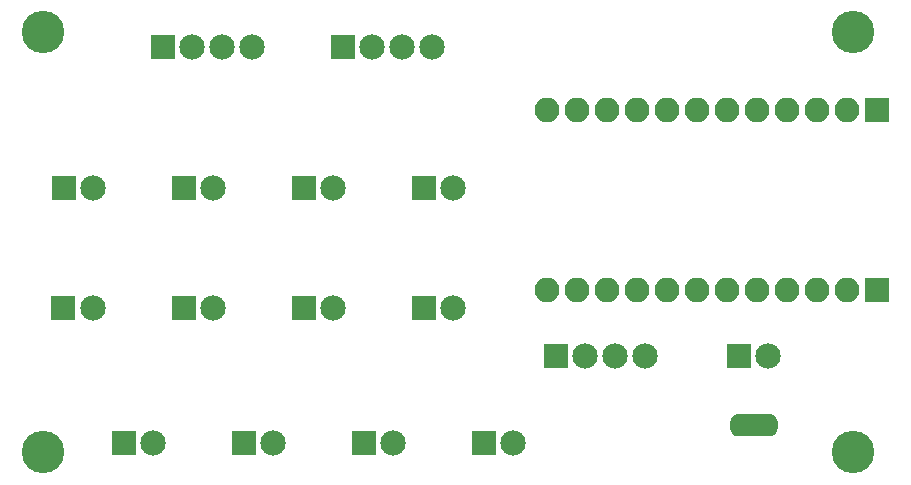
<source format=gbr>
G04 #@! TF.GenerationSoftware,KiCad,Pcbnew,(5.0.0)*
G04 #@! TF.CreationDate,2019-08-26T21:19:04-04:00*
G04 #@! TF.ProjectId,ProMicro-Breakout+RGB,50726F4D6963726F2D427265616B6F75,rev?*
G04 #@! TF.SameCoordinates,Original*
G04 #@! TF.FileFunction,Soldermask,Top*
G04 #@! TF.FilePolarity,Negative*
%FSLAX46Y46*%
G04 Gerber Fmt 4.6, Leading zero omitted, Abs format (unit mm)*
G04 Created by KiCad (PCBNEW (5.0.0)) date 08/26/19 21:19:04*
%MOMM*%
%LPD*%
G01*
G04 APERTURE LIST*
%ADD10C,2.150000*%
%ADD11R,2.150000X2.150000*%
%ADD12O,2.100000X2.100000*%
%ADD13R,2.100000X2.100000*%
%ADD14C,0.500000*%
%ADD15C,0.100000*%
%ADD16R,1.400000X1.900000*%
%ADD17C,3.600000*%
G04 APERTURE END LIST*
D10*
G04 #@! TO.C,J2*
X128150000Y-95250000D03*
X125650000Y-95250000D03*
X123150000Y-95250000D03*
D11*
X120650000Y-95250000D03*
G04 #@! TD*
D10*
G04 #@! TO.C,J5*
X130008000Y-128778000D03*
D11*
X127508000Y-128778000D03*
G04 #@! TD*
G04 #@! TO.C,J12*
X112228000Y-117348000D03*
D10*
X114728000Y-117348000D03*
G04 #@! TD*
G04 #@! TO.C,J3*
X150328000Y-128778000D03*
D11*
X147828000Y-128778000D03*
G04 #@! TD*
G04 #@! TO.C,J4*
X137668000Y-128778000D03*
D10*
X140168000Y-128778000D03*
G04 #@! TD*
G04 #@! TO.C,J6*
X119848000Y-128778000D03*
D11*
X117348000Y-128778000D03*
G04 #@! TD*
G04 #@! TO.C,J17*
X112268000Y-107188000D03*
D10*
X114768000Y-107188000D03*
G04 #@! TD*
G04 #@! TO.C,J16*
X124928000Y-107188000D03*
D11*
X122428000Y-107188000D03*
G04 #@! TD*
G04 #@! TO.C,J15*
X132588000Y-107188000D03*
D10*
X135088000Y-107188000D03*
G04 #@! TD*
G04 #@! TO.C,J14*
X145248000Y-107188000D03*
D11*
X142748000Y-107188000D03*
G04 #@! TD*
G04 #@! TO.C,J11*
X122428000Y-117348000D03*
D10*
X124928000Y-117348000D03*
G04 #@! TD*
G04 #@! TO.C,J9*
X135088000Y-117348000D03*
D11*
X132588000Y-117348000D03*
G04 #@! TD*
G04 #@! TO.C,J8*
X142748000Y-117348000D03*
D10*
X145248000Y-117348000D03*
G04 #@! TD*
G04 #@! TO.C,J18*
X161424000Y-121412000D03*
X158924000Y-121412000D03*
X156424000Y-121412000D03*
D11*
X153924000Y-121412000D03*
G04 #@! TD*
D12*
G04 #@! TO.C,J7*
X153162000Y-100584000D03*
X155702000Y-100584000D03*
X158242000Y-100584000D03*
X160782000Y-100584000D03*
X163322000Y-100584000D03*
X165862000Y-100584000D03*
X168402000Y-100584000D03*
X170942000Y-100584000D03*
X173482000Y-100584000D03*
X176022000Y-100584000D03*
X178562000Y-100584000D03*
D13*
X181102000Y-100584000D03*
G04 #@! TD*
G04 #@! TO.C,J10*
X181102000Y-115824000D03*
D12*
X178562000Y-115824000D03*
X176022000Y-115824000D03*
X173482000Y-115824000D03*
X170942000Y-115824000D03*
X168402000Y-115824000D03*
X165862000Y-115824000D03*
X163322000Y-115824000D03*
X160782000Y-115824000D03*
X158242000Y-115824000D03*
X155702000Y-115824000D03*
X153162000Y-115824000D03*
G04 #@! TD*
D10*
G04 #@! TO.C,J13*
X171918000Y-121412000D03*
D11*
X169418000Y-121412000D03*
G04 #@! TD*
G04 #@! TO.C,J1*
X135890000Y-95250000D03*
D10*
X138390000Y-95250000D03*
X140890000Y-95250000D03*
X143390000Y-95250000D03*
G04 #@! TD*
D14*
G04 #@! TO.C,JP1*
X171988000Y-127254000D03*
D15*
G36*
X171398982Y-128200157D02*
X171361463Y-128188776D01*
X171326886Y-128170294D01*
X171296579Y-128145421D01*
X171271706Y-128115114D01*
X171253224Y-128080537D01*
X171241843Y-128043018D01*
X171238000Y-128004000D01*
X171238000Y-126504000D01*
X171241843Y-126464982D01*
X171253224Y-126427463D01*
X171271706Y-126392886D01*
X171296579Y-126362579D01*
X171326886Y-126337706D01*
X171361463Y-126319224D01*
X171398982Y-126307843D01*
X171438000Y-126304000D01*
X171988000Y-126304000D01*
X171994112Y-126304602D01*
X172012534Y-126304602D01*
X172032140Y-126305565D01*
X172080971Y-126310375D01*
X172100380Y-126313254D01*
X172148505Y-126322826D01*
X172167548Y-126327596D01*
X172214503Y-126341840D01*
X172232980Y-126348451D01*
X172278313Y-126367228D01*
X172296061Y-126375623D01*
X172339334Y-126398754D01*
X172356162Y-126408840D01*
X172396961Y-126436100D01*
X172412730Y-126447795D01*
X172450659Y-126478923D01*
X172465200Y-126492103D01*
X172499897Y-126526800D01*
X172513077Y-126541341D01*
X172544205Y-126579270D01*
X172555900Y-126595039D01*
X172583160Y-126635838D01*
X172593246Y-126652666D01*
X172616377Y-126695939D01*
X172624772Y-126713687D01*
X172643549Y-126759020D01*
X172650160Y-126777497D01*
X172664404Y-126824452D01*
X172669174Y-126843495D01*
X172678746Y-126891620D01*
X172681625Y-126911029D01*
X172686435Y-126959860D01*
X172687398Y-126979466D01*
X172687398Y-126997888D01*
X172688000Y-127004000D01*
X172688000Y-127504000D01*
X172687398Y-127510112D01*
X172687398Y-127528534D01*
X172686435Y-127548140D01*
X172681625Y-127596971D01*
X172678746Y-127616380D01*
X172669174Y-127664505D01*
X172664404Y-127683548D01*
X172650160Y-127730503D01*
X172643549Y-127748980D01*
X172624772Y-127794313D01*
X172616377Y-127812061D01*
X172593246Y-127855334D01*
X172583160Y-127872162D01*
X172555900Y-127912961D01*
X172544205Y-127928730D01*
X172513077Y-127966659D01*
X172499897Y-127981200D01*
X172465200Y-128015897D01*
X172450659Y-128029077D01*
X172412730Y-128060205D01*
X172396961Y-128071900D01*
X172356162Y-128099160D01*
X172339334Y-128109246D01*
X172296061Y-128132377D01*
X172278313Y-128140772D01*
X172232980Y-128159549D01*
X172214503Y-128166160D01*
X172167548Y-128180404D01*
X172148505Y-128185174D01*
X172100380Y-128194746D01*
X172080971Y-128197625D01*
X172032140Y-128202435D01*
X172012534Y-128203398D01*
X171994112Y-128203398D01*
X171988000Y-128204000D01*
X171438000Y-128204000D01*
X171398982Y-128200157D01*
X171398982Y-128200157D01*
G37*
D14*
X169388000Y-127254000D03*
D15*
G36*
X169381888Y-128203398D02*
X169363466Y-128203398D01*
X169343860Y-128202435D01*
X169295029Y-128197625D01*
X169275620Y-128194746D01*
X169227495Y-128185174D01*
X169208452Y-128180404D01*
X169161497Y-128166160D01*
X169143020Y-128159549D01*
X169097687Y-128140772D01*
X169079939Y-128132377D01*
X169036666Y-128109246D01*
X169019838Y-128099160D01*
X168979039Y-128071900D01*
X168963270Y-128060205D01*
X168925341Y-128029077D01*
X168910800Y-128015897D01*
X168876103Y-127981200D01*
X168862923Y-127966659D01*
X168831795Y-127928730D01*
X168820100Y-127912961D01*
X168792840Y-127872162D01*
X168782754Y-127855334D01*
X168759623Y-127812061D01*
X168751228Y-127794313D01*
X168732451Y-127748980D01*
X168725840Y-127730503D01*
X168711596Y-127683548D01*
X168706826Y-127664505D01*
X168697254Y-127616380D01*
X168694375Y-127596971D01*
X168689565Y-127548140D01*
X168688602Y-127528534D01*
X168688602Y-127510112D01*
X168688000Y-127504000D01*
X168688000Y-127004000D01*
X168688602Y-126997888D01*
X168688602Y-126979466D01*
X168689565Y-126959860D01*
X168694375Y-126911029D01*
X168697254Y-126891620D01*
X168706826Y-126843495D01*
X168711596Y-126824452D01*
X168725840Y-126777497D01*
X168732451Y-126759020D01*
X168751228Y-126713687D01*
X168759623Y-126695939D01*
X168782754Y-126652666D01*
X168792840Y-126635838D01*
X168820100Y-126595039D01*
X168831795Y-126579270D01*
X168862923Y-126541341D01*
X168876103Y-126526800D01*
X168910800Y-126492103D01*
X168925341Y-126478923D01*
X168963270Y-126447795D01*
X168979039Y-126436100D01*
X169019838Y-126408840D01*
X169036666Y-126398754D01*
X169079939Y-126375623D01*
X169097687Y-126367228D01*
X169143020Y-126348451D01*
X169161497Y-126341840D01*
X169208452Y-126327596D01*
X169227495Y-126322826D01*
X169275620Y-126313254D01*
X169295029Y-126310375D01*
X169343860Y-126305565D01*
X169363466Y-126304602D01*
X169381888Y-126304602D01*
X169388000Y-126304000D01*
X169938000Y-126304000D01*
X169977018Y-126307843D01*
X170014537Y-126319224D01*
X170049114Y-126337706D01*
X170079421Y-126362579D01*
X170104294Y-126392886D01*
X170122776Y-126427463D01*
X170134157Y-126464982D01*
X170138000Y-126504000D01*
X170138000Y-128004000D01*
X170134157Y-128043018D01*
X170122776Y-128080537D01*
X170104294Y-128115114D01*
X170079421Y-128145421D01*
X170049114Y-128170294D01*
X170014537Y-128188776D01*
X169977018Y-128200157D01*
X169938000Y-128204000D01*
X169388000Y-128204000D01*
X169381888Y-128203398D01*
X169381888Y-128203398D01*
G37*
D16*
X170688000Y-127254000D03*
G04 #@! TD*
D17*
G04 #@! TO.C,MH1*
X110490000Y-129540000D03*
G04 #@! TD*
G04 #@! TO.C,MH2*
X110490000Y-93980000D03*
G04 #@! TD*
G04 #@! TO.C,MH3*
X179070000Y-129540000D03*
G04 #@! TD*
G04 #@! TO.C,MH4*
X179070000Y-93980000D03*
G04 #@! TD*
M02*

</source>
